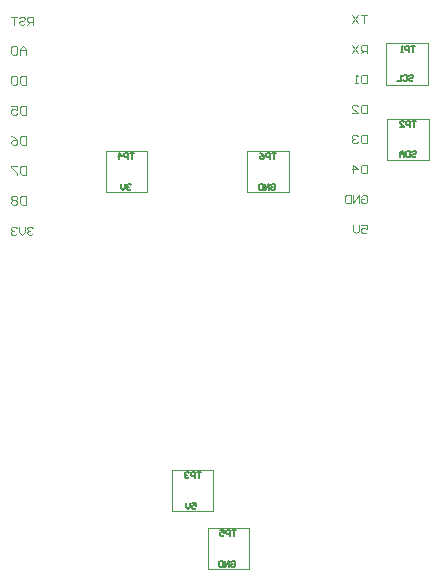
<source format=gbo>
G04*
G04 #@! TF.GenerationSoftware,Altium Limited,Altium Designer,18.1.9 (240)*
G04*
G04 Layer_Color=32896*
%FSLAX25Y25*%
%MOIN*%
G70*
G01*
G75*
%ADD17C,0.00500*%
%ADD18C,0.00446*%
%ADD19C,0.00408*%
%ADD140C,0.00394*%
D17*
X173029Y127492D02*
X173363Y127826D01*
X174029D01*
X174362Y127492D01*
Y126160D01*
X174029Y125826D01*
X173363D01*
X173029Y126160D01*
Y126826D01*
X173696D01*
X172363Y125826D02*
Y127826D01*
X171030Y125826D01*
Y127826D01*
X170363D02*
Y125826D01*
X169364D01*
X169031Y126160D01*
Y127492D01*
X169364Y127826D01*
X170363D01*
X174756Y138062D02*
X173423D01*
X174090D01*
Y136063D01*
X172757D02*
Y138062D01*
X171757D01*
X171424Y137729D01*
Y137062D01*
X171757Y136729D01*
X172757D01*
X169424Y138062D02*
X170091Y137729D01*
X170757Y137062D01*
Y136396D01*
X170424Y136063D01*
X169757D01*
X169424Y136396D01*
Y136729D01*
X169757Y137062D01*
X170757D01*
X219132Y163610D02*
X219465Y163943D01*
X220131D01*
X220465Y163610D01*
Y163277D01*
X220131Y162943D01*
X219465D01*
X219132Y162610D01*
Y162277D01*
X219465Y161944D01*
X220131D01*
X220465Y162277D01*
X217132Y163610D02*
X217466Y163943D01*
X218132D01*
X218465Y163610D01*
Y162277D01*
X218132Y161944D01*
X217466D01*
X217132Y162277D01*
X216466Y163943D02*
Y161944D01*
X215133D01*
X221055Y173786D02*
X219722D01*
X220389D01*
Y171786D01*
X219056D02*
Y173786D01*
X218056D01*
X217723Y173452D01*
Y172786D01*
X218056Y172453D01*
X219056D01*
X217056Y171786D02*
X216390D01*
X216723D01*
Y173786D01*
X217056Y173452D01*
X219918Y138413D02*
X220251Y138746D01*
X220918D01*
X221251Y138413D01*
Y138080D01*
X220918Y137747D01*
X220251D01*
X219918Y137413D01*
Y137080D01*
X220251Y136747D01*
X220918D01*
X221251Y137080D01*
X219251Y138746D02*
Y136747D01*
X218252D01*
X217919Y137080D01*
Y138413D01*
X218252Y138746D01*
X219251D01*
X217252Y136747D02*
Y138080D01*
X216586Y138746D01*
X215919Y138080D01*
Y136747D01*
Y137747D01*
X217252D01*
X221251Y148589D02*
X219918D01*
X220584D01*
Y146589D01*
X219251D02*
Y148589D01*
X218252D01*
X217919Y148256D01*
Y147589D01*
X218252Y147256D01*
X219251D01*
X215919Y146589D02*
X217252D01*
X215919Y147922D01*
Y148256D01*
X216252Y148589D01*
X216919D01*
X217252Y148256D01*
X146739Y21431D02*
X148072D01*
Y20432D01*
X147405Y20765D01*
X147072D01*
X146739Y20432D01*
Y19765D01*
X147072Y19432D01*
X147739D01*
X148072Y19765D01*
X146072Y21431D02*
Y20098D01*
X145406Y19432D01*
X144739Y20098D01*
Y21431D01*
X149548Y31766D02*
X148215D01*
X148882D01*
Y29767D01*
X147549D02*
Y31766D01*
X146549D01*
X146216Y31433D01*
Y30766D01*
X146549Y30433D01*
X147549D01*
X145549Y31433D02*
X145216Y31766D01*
X144550D01*
X144217Y31433D01*
Y31100D01*
X144550Y30766D01*
X144883D01*
X144550D01*
X144217Y30433D01*
Y30100D01*
X144550Y29767D01*
X145216D01*
X145549Y30100D01*
X126269Y127427D02*
X125936Y127760D01*
X125270D01*
X124936Y127427D01*
Y127094D01*
X125270Y126760D01*
X125603D01*
X125270D01*
X124936Y126427D01*
Y126094D01*
X125270Y125761D01*
X125936D01*
X126269Y126094D01*
X124270Y127760D02*
Y126427D01*
X123603Y125761D01*
X122937Y126427D01*
Y127760D01*
X127450Y138095D02*
X126118D01*
X126784D01*
Y136095D01*
X125451D02*
Y138095D01*
X124451D01*
X124118Y137761D01*
Y137095D01*
X124451Y136762D01*
X125451D01*
X122452Y136095D02*
Y138095D01*
X123452Y137095D01*
X122119D01*
X159696Y1856D02*
X160029Y2189D01*
X160695D01*
X161028Y1856D01*
Y523D01*
X160695Y190D01*
X160029D01*
X159696Y523D01*
Y1190D01*
X160362D01*
X159029Y190D02*
Y2189D01*
X157696Y190D01*
Y2189D01*
X157030D02*
Y190D01*
X156030D01*
X155697Y523D01*
Y1856D01*
X156030Y2189D01*
X157030D01*
X161422Y12229D02*
X160089D01*
X160756D01*
Y10229D01*
X159423D02*
Y12229D01*
X158423D01*
X158090Y11895D01*
Y11229D01*
X158423Y10896D01*
X159423D01*
X156091Y12229D02*
X157423D01*
Y11229D01*
X156757Y11562D01*
X156424D01*
X156091Y11229D01*
Y10563D01*
X156424Y10229D01*
X157090D01*
X157423Y10563D01*
D18*
X204941Y154190D02*
Y151216D01*
X203454D01*
X202958Y151712D01*
Y153694D01*
X203454Y154190D01*
X204941D01*
X199984Y151216D02*
X201967D01*
X199984Y153199D01*
Y153694D01*
X200480Y154190D01*
X201471D01*
X201967Y153694D01*
X204941Y184190D02*
X202958D01*
X203949D01*
Y181216D01*
X201967Y184190D02*
X199984Y181216D01*
Y184190D02*
X201967Y181216D01*
X204941Y171216D02*
Y174190D01*
X203454D01*
X202958Y173694D01*
Y172703D01*
X203454Y172207D01*
X204941D01*
X203949D02*
X202958Y171216D01*
X201967Y174190D02*
X199984Y171216D01*
Y174190D02*
X201967Y171216D01*
X204941Y144190D02*
Y141216D01*
X203454D01*
X202958Y141712D01*
Y143694D01*
X203454Y144190D01*
X204941D01*
X201967Y143694D02*
X201471Y144190D01*
X200480D01*
X199984Y143694D01*
Y143199D01*
X200480Y142703D01*
X200975D01*
X200480D01*
X199984Y142207D01*
Y141712D01*
X200480Y141216D01*
X201471D01*
X201967Y141712D01*
X204941Y134190D02*
Y131216D01*
X203454D01*
X202958Y131712D01*
Y133694D01*
X203454Y134190D01*
X204941D01*
X200480Y131216D02*
Y134190D01*
X201967Y132703D01*
X199984D01*
X204941Y164190D02*
Y161216D01*
X203454D01*
X202958Y161712D01*
Y163694D01*
X203454Y164190D01*
X204941D01*
X201967Y161216D02*
X200975D01*
X201471D01*
Y164190D01*
X201967Y163694D01*
X91377Y153796D02*
Y150822D01*
X89890D01*
X89394Y151318D01*
Y153301D01*
X89890Y153796D01*
X91377D01*
X86420D02*
X88403D01*
Y152309D01*
X87411Y152805D01*
X86916D01*
X86420Y152309D01*
Y151318D01*
X86916Y150822D01*
X87907D01*
X88403Y151318D01*
X91377Y163796D02*
Y160822D01*
X89890D01*
X89394Y161318D01*
Y163301D01*
X89890Y163796D01*
X91377D01*
X88403Y163301D02*
X87907Y163796D01*
X86916D01*
X86420Y163301D01*
Y161318D01*
X86916Y160822D01*
X87907D01*
X88403Y161318D01*
Y163301D01*
X91377Y123796D02*
Y120822D01*
X89890D01*
X89394Y121318D01*
Y123301D01*
X89890Y123796D01*
X91377D01*
X88403Y123301D02*
X87907Y123796D01*
X86916D01*
X86420Y123301D01*
Y122805D01*
X86916Y122309D01*
X86420Y121814D01*
Y121318D01*
X86916Y120822D01*
X87907D01*
X88403Y121318D01*
Y121814D01*
X87907Y122309D01*
X88403Y122805D01*
Y123301D01*
X87907Y122309D02*
X86916D01*
X91377Y170822D02*
Y172805D01*
X90385Y173796D01*
X89394Y172805D01*
Y170822D01*
Y172309D01*
X91377D01*
X88403Y173301D02*
X87907Y173796D01*
X86916D01*
X86420Y173301D01*
Y171318D01*
X86916Y170822D01*
X87907D01*
X88403Y171318D01*
Y173301D01*
X91377Y143796D02*
Y140822D01*
X89890D01*
X89394Y141318D01*
Y143301D01*
X89890Y143796D01*
X91377D01*
X86420D02*
X87411Y143301D01*
X88403Y142309D01*
Y141318D01*
X87907Y140822D01*
X86916D01*
X86420Y141318D01*
Y141814D01*
X86916Y142309D01*
X88403D01*
X91377Y133796D02*
Y130822D01*
X89890D01*
X89394Y131318D01*
Y133301D01*
X89890Y133796D01*
X91377D01*
X88403D02*
X86420D01*
Y133301D01*
X88403Y131318D01*
Y130822D01*
D19*
X203128Y123482D02*
X203581Y123935D01*
X204488D01*
X204941Y123482D01*
Y121669D01*
X204488Y121216D01*
X203581D01*
X203128Y121669D01*
Y122576D01*
X204034D01*
X202222Y121216D02*
Y123935D01*
X200409Y121216D01*
Y123935D01*
X199503D02*
Y121216D01*
X198143D01*
X197690Y121669D01*
Y123482D01*
X198143Y123935D01*
X199503D01*
X203128Y113935D02*
X204941D01*
Y112576D01*
X204034Y113029D01*
X203581D01*
X203128Y112576D01*
Y111669D01*
X203581Y111216D01*
X204488D01*
X204941Y111669D01*
X202222Y113935D02*
Y112122D01*
X201315Y111216D01*
X200409Y112122D01*
Y113935D01*
X93594Y113088D02*
X93141Y113541D01*
X92235D01*
X91782Y113088D01*
Y112635D01*
X92235Y112182D01*
X92688D01*
X92235D01*
X91782Y111729D01*
Y111275D01*
X92235Y110822D01*
X93141D01*
X93594Y111275D01*
X90875Y113541D02*
Y111729D01*
X89969Y110822D01*
X89063Y111729D01*
Y113541D01*
X88156Y113088D02*
X87703Y113541D01*
X86797D01*
X86343Y113088D01*
Y112635D01*
X86797Y112182D01*
X87250D01*
X86797D01*
X86343Y111729D01*
Y111275D01*
X86797Y110822D01*
X87703D01*
X88156Y111275D01*
X93594Y180822D02*
Y183541D01*
X92235D01*
X91782Y183088D01*
Y182182D01*
X92235Y181729D01*
X93594D01*
X92688D02*
X91782Y180822D01*
X89063Y183088D02*
X89516Y183541D01*
X90422D01*
X90875Y183088D01*
Y182635D01*
X90422Y182182D01*
X89516D01*
X89063Y181729D01*
Y181275D01*
X89516Y180822D01*
X90422D01*
X90875Y181275D01*
X88156Y183541D02*
X86343D01*
X87250D01*
Y180822D01*
D140*
X165110Y125039D02*
Y138818D01*
Y125039D02*
X178890D01*
Y138818D01*
X165110D02*
X178890D01*
X211417Y160827D02*
Y174606D01*
Y160827D02*
X225197D01*
Y174606D01*
X211417D02*
X225197D01*
X211713Y135630D02*
Y149409D01*
Y135630D02*
X225492D01*
Y149409D01*
X211713D02*
X225492D01*
X139910Y18710D02*
Y32490D01*
Y18710D02*
X153690D01*
Y32490D01*
X139910D02*
X153690D01*
X117912Y125039D02*
Y138818D01*
Y125039D02*
X131692D01*
Y138818D01*
X117912D02*
X131692D01*
X151870Y-787D02*
Y12992D01*
Y-787D02*
X165650D01*
Y12992D01*
X151870D02*
X165650D01*
M02*

</source>
